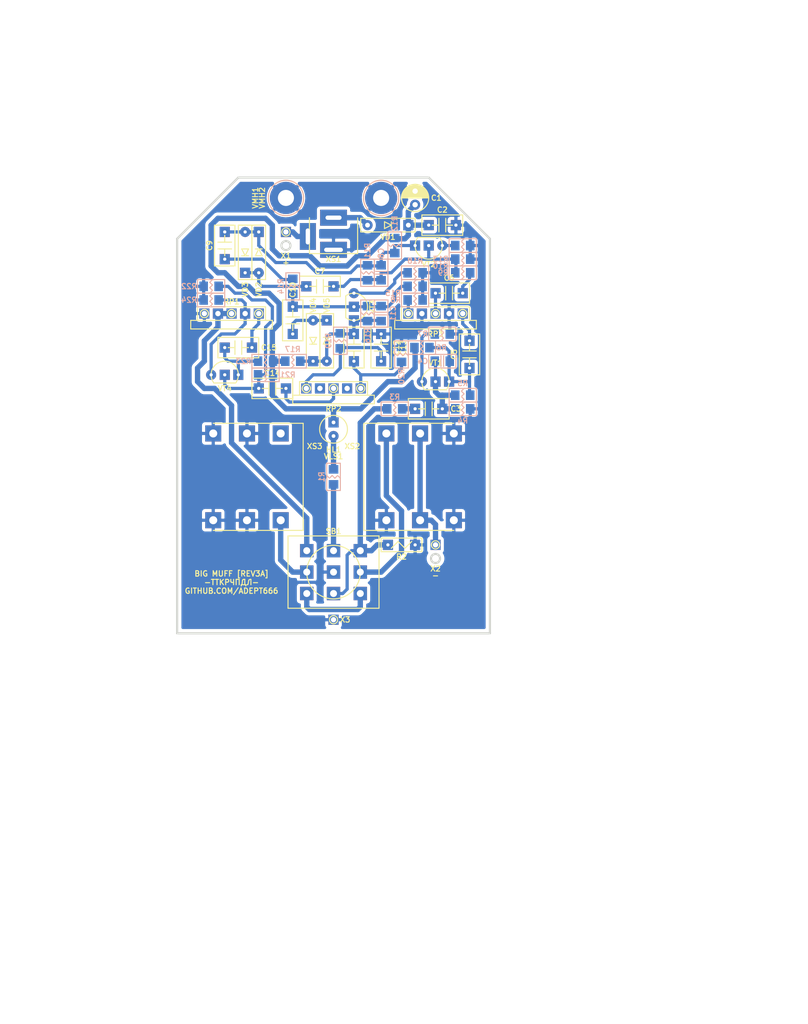
<source format=kicad_pcb>
(kicad_pcb (version 20171130) (host pcbnew 5.1.12-84ad8e8a86~92~ubuntu20.04.1)
  (title_block (title ТКП-1.30.A-2) (date 2024-01-21) (rev 3A) (company "Big Muff [REV3A] Bass") (comment 1 http://github.com/Adept666) (comment 2 "Igor Ivanov (Игорь Иванов)") (comment 3 -ТТКРЧПДЛ-) (comment 4 "This project is licensed under GNU General Public License v3.0 or later"))
  (layers (0 F.Cu jumper) (31 B.Cu signal) (36 B.SilkS user) (37 F.SilkS user) (38 B.Mask user) (39 F.Mask user) (44 Edge.Cuts user))
  (net 0 "")
  (net 1 COM)
  (net 2 "Net-(HL1-PadC)")
  (net 3 /LED)
  (net 4 "Net-(SB1-PadNC1)")
  (net 5 /IN-CON)
  (net 6 /OUT-CON)
  (net 7 /PP3-POS)
  (net 8 /PP3-NEG)
  (net 9 "Net-(VD1-PadA)")
  (net 10 "Net-(C3-Pad2)")
  (net 11 "Net-(C4-Pad2)")
  (net 12 "Net-(C5-Pad2)")
  (net 13 "Net-(C6-Pad1)")
  (net 14 "Net-(C6-Pad2)")
  (net 15 "Net-(C7-Pad1)")
  (net 16 "Net-(C7-Pad2)")
  (net 17 "Net-(C8-Pad2)")
  (net 18 "Net-(C9-Pad2)")
  (net 19 "Net-(C10-Pad1)")
  (net 20 "Net-(C10-Pad2)")
  (net 21 "Net-(C11-Pad2)")
  (net 22 "Net-(C12-Pad2)")
  (net 23 "Net-(C13-Pad1)")
  (net 24 "Net-(C14-Pad1)")
  (net 25 "Net-(C14-Pad2)")
  (net 26 "Net-(C15-Pad1)")
  (net 27 "Net-(C15-Pad2)")
  (net 28 "Net-(R8-Pad2)")
  (net 29 "Net-(C3-Pad1)")
  (net 30 V)
  (net 31 /IN-CIR)
  (net 32 /OUT-CIR)
  (net 33 "Net-(XS3-PadTN)")
  (net 34 "Net-(R7-Pad2)")
  (net 35 "Net-(R13-Pad2)")
  (net 36 "Net-(R18-Pad2)")
  (net 37 "Net-(R24-Pad2)")
  (module KCL-TH-SL:CON-PAD-S-1.0-1.9 (layer F.Cu) (at 96.52 104.14)
    (fp_text reference X1 (at 0 4.445) (layer F.SilkS) (effects (font (thickness 0.2))))
    (fp_text value +)
    (pad 1 thru_hole rect (at 0 0) (size 1.9 1.9) (drill 1) (layers B.Cu B.Mask) (net 7 /PP3-POS))
  )
  (module KCL-TH-SL:CON-PAD-S-1.0-1.9 (layer F.Cu) (at 124.46 162.56)
    (fp_text reference X2 (at 0 4.445) (layer F.SilkS) (effects (font (thickness 0.2))))
    (fp_text value -)
    (pad 1 thru_hole rect (at 0 0) (size 1.9 1.9) (drill 1) (layers B.Cu B.Mask) (net 8 /PP3-NEG))
  )
  (module KCL-TH-SL:CON-PAD-S-1.0-1.9 (layer F.Cu) (at 105.41 176.53)
    (fp_text reference X3 (at 1.0795 0) (layer F.SilkS) (effects (font (thickness 0.2)) (justify left)))
    (fp_text value COM)
    (pad 1 thru_hole rect (at 0 0) (size 1.9 1.9) (drill 1) (layers B.Cu B.Mask) (net 1 COM))
  )
  (module SBEL:B013_E1 (layer F.Cu) (at 105.41 148.59)
    (fp_text reference VE1 hide)
    (fp_text value B013 hide)
  )
  (module KCL-VIRTUAL:B-PP3-HV (layer F.Cu) (at 105.41 187.96)
    (fp_text reference GB1 hide)
    (fp_text value PP3 hide)
  )
  (module SBKCL-TH-SL:RPB-18-1x17-1.6-PNL-7.4-2.8 (layer F.Cu) (at 86.36 108.15)
    (fp_text reference RP1 (at 0 9.0075) (layer F.SilkS) (effects (font (thickness 0.2))))
    (fp_text value A100K)
    (pad 3 thru_hole rect (at 5.08 11.23) (size 1.9 1.9) (drill 1) (layers B.Cu B.Mask) (net 27 "Net-(C15-Pad2)"))
    (pad NC2 thru_hole rect (at 2.54 11.23) (size 1.9 1.9) (drill 1) (layers B.Cu B.Mask) (net 37 "Net-(R24-Pad2)"))
    (pad 2 thru_hole rect (at 0 11.23) (size 1.9 1.9) (drill 1) (layers B.Cu B.Mask) (net 32 /OUT-CIR))
    (pad NC1 thru_hole rect (at -2.54 11.23) (size 1.9 1.9) (drill 1) (layers B.Cu B.Mask) (net 32 /OUT-CIR))
    (pad 1 thru_hole rect (at -5.08 11.23) (size 1.9 1.9) (drill 1) (layers B.Cu B.Mask) (net 1 COM))
  )
  (module SBKCL-TH-SL:RPB-18-1x17-1.6-PNL-7.4-2.8 (layer F.Cu) (at 124.46 108.15)
    (fp_text reference RP3 (at 0 15.04) (layer F.SilkS) (effects (font (thickness 0.2))))
    (fp_text value A100K)
    (pad 3 thru_hole rect (at 5.08 11.23) (size 1.9 1.9) (drill 1) (layers B.Cu B.Mask) (net 12 "Net-(C5-Pad2)"))
    (pad NC2 thru_hole rect (at 2.54 11.23) (size 1.9 1.9) (drill 1) (layers B.Cu B.Mask) (net 1 COM))
    (pad 2 thru_hole rect (at 0 11.23) (size 1.9 1.9) (drill 1) (layers B.Cu B.Mask) (net 13 "Net-(C6-Pad1)"))
    (pad NC1 thru_hole rect (at -2.54 11.23) (size 1.9 1.9) (drill 1) (layers B.Cu B.Mask) (net 1 COM))
    (pad 1 thru_hole rect (at -5.08 11.23) (size 1.9 1.9) (drill 1) (layers B.Cu B.Mask) (net 28 "Net-(R8-Pad2)"))
  )
  (module SBKCL-TH-SL:RPB-18-1x17-1.6-PNL-7.4-2.8 (layer F.Cu) (at 105.41 122.12)
    (fp_text reference RP2 (at 0 15.04) (layer F.SilkS) (effects (font (thickness 0.2))))
    (fp_text value B100K)
    (pad 3 thru_hole rect (at 5.08 11.23) (size 1.9 1.9) (drill 1) (layers B.Cu B.Mask) (net 22 "Net-(C12-Pad2)"))
    (pad NC2 thru_hole rect (at 2.54 11.23) (size 1.9 1.9) (drill 1) (layers B.Cu B.Mask))
    (pad 2 thru_hole rect (at 0 11.23) (size 1.9 1.9) (drill 1) (layers B.Cu B.Mask) (net 24 "Net-(C14-Pad1)"))
    (pad NC1 thru_hole rect (at -2.54 11.23) (size 1.9 1.9) (drill 1) (layers B.Cu B.Mask))
    (pad 1 thru_hole rect (at -5.08 11.23) (size 1.9 1.9) (drill 1) (layers B.Cu B.Mask) (net 23 "Net-(C13-Pad1)"))
  )
  (module KCL-TH-SL:P-TO-92-E-B-C (layer F.Cu) (at 123.19 106.68 180)
    (fp_text reference VT2 (at 0 -3.4925) (layer F.SilkS) (effects (font (thickness 0.2))))
    (fp_text value 547)
    (pad C thru_hole rect (at 2.54 0 180) (size 1.9 1.9) (drill 0.6) (layers B.Cu B.Mask) (net 17 "Net-(C8-Pad2)"))
    (pad B thru_hole rect (at 0 0 180) (size 1.9 1.9) (drill 0.6) (layers B.Cu B.Mask) (net 15 "Net-(C7-Pad1)"))
    (pad E thru_hole circle (at -2.54 0 180) (size 1.9 1.9) (drill 0.6) (layers B.Cu B.Mask) (net 35 "Net-(R13-Pad2)"))
  )
  (module KCL-TH-SL:P-TO-92-E-B-C (layer F.Cu) (at 109.22 118.11 270)
    (fp_text reference VT3 (at 0 -3.4925 90) (layer F.SilkS) (effects (font (thickness 0.2))))
    (fp_text value 547)
    (pad C thru_hole rect (at 2.54 0 270) (size 1.9 1.9) (drill 0.6) (layers B.Cu B.Mask) (net 21 "Net-(C11-Pad2)"))
    (pad B thru_hole rect (at 0 0 270) (size 1.9 1.9) (drill 0.6) (layers B.Cu B.Mask) (net 19 "Net-(C10-Pad1)"))
    (pad E thru_hole circle (at -2.54 0 270) (size 1.9 1.9) (drill 0.6) (layers B.Cu B.Mask) (net 36 "Net-(R18-Pad2)"))
  )
  (module KCL-TH-SL:P-TO-92-E-B-C (layer F.Cu) (at 124.46 132.08)
    (fp_text reference VT1 (at 0 -3.4925) (layer F.SilkS) (effects (font (thickness 0.2))))
    (fp_text value 547)
    (pad E thru_hole circle (at -2.54 0) (size 1.9 1.9) (drill 0.6) (layers B.Cu B.Mask) (net 34 "Net-(R7-Pad2)"))
    (pad B thru_hole rect (at 0 0) (size 1.9 1.9) (drill 0.6) (layers B.Cu B.Mask) (net 10 "Net-(C3-Pad2)"))
    (pad C thru_hole rect (at 2.54 0) (size 1.9 1.9) (drill 0.6) (layers B.Cu B.Mask) (net 11 "Net-(C4-Pad2)"))
  )
  (module KCL-TH-SL:P-TO-92-E-B-C (layer F.Cu) (at 85.09 130.81)
    (fp_text reference VT4 (at 0 2.54) (layer F.SilkS) (effects (font (thickness 0.2))))
    (fp_text value 547)
    (pad C thru_hole rect (at 2.54 0) (size 1.9 1.9) (drill 0.6) (layers B.Cu B.Mask) (net 26 "Net-(C15-Pad1)"))
    (pad B thru_hole rect (at 0 0) (size 1.9 1.9) (drill 0.6) (layers B.Cu B.Mask) (net 25 "Net-(C14-Pad2)"))
    (pad E thru_hole circle (at -2.54 0) (size 1.9 1.9) (drill 0.6) (layers B.Cu B.Mask) (net 37 "Net-(R24-Pad2)"))
  )
  (module KCL-TH-SL:P-DO-35 (layer F.Cu) (at 88.9 107.95 270)
    (fp_text reference VD3 (at 5.3975 0 90) (layer F.SilkS) (effects (font (thickness 0.2)) (justify right)))
    (fp_text value 4148)
    (pad C thru_hole rect (at 3.81 0 270) (size 1.9 1.9) (drill 0.6) (layers B.Cu B.Mask) (net 16 "Net-(C7-Pad2)"))
    (pad A thru_hole circle (at -3.81 0 270) (size 1.9 1.9) (drill 0.6) (layers B.Cu B.Mask) (net 17 "Net-(C8-Pad2)"))
  )
  (module KCL-TH-SL:P-DO-35 (layer F.Cu) (at 91.44 107.95 90)
    (fp_text reference VD2 (at -5.3975 0 90) (layer F.SilkS) (effects (font (thickness 0.2)) (justify right)))
    (fp_text value 4148)
    (pad C thru_hole rect (at 3.81 0 90) (size 1.9 1.9) (drill 0.6) (layers B.Cu B.Mask) (net 17 "Net-(C8-Pad2)"))
    (pad A thru_hole circle (at -3.81 0 90) (size 1.9 1.9) (drill 0.6) (layers B.Cu B.Mask) (net 16 "Net-(C7-Pad2)"))
  )
  (module KCL-TH-SL:P-DO-35 (layer F.Cu) (at 101.6 124.46 270)
    (fp_text reference VD4 (at -5.08 0 90) (layer F.SilkS) (effects (font (thickness 0.2)) (justify left)))
    (fp_text value 4148)
    (pad C thru_hole rect (at 3.81 0 270) (size 1.9 1.9) (drill 0.6) (layers B.Cu B.Mask) (net 21 "Net-(C11-Pad2)"))
    (pad A thru_hole circle (at -3.81 0 270) (size 1.9 1.9) (drill 0.6) (layers B.Cu B.Mask) (net 20 "Net-(C10-Pad2)"))
  )
  (module KCL-TH-SL:P-DO-35 (layer F.Cu) (at 104.14 124.46 90)
    (fp_text reference VD5 (at 5.08 0 90) (layer F.SilkS) (effects (font (thickness 0.2)) (justify left)))
    (fp_text value 4148)
    (pad C thru_hole rect (at 3.81 0 90) (size 1.9 1.9) (drill 0.6) (layers B.Cu B.Mask) (net 20 "Net-(C10-Pad2)"))
    (pad A thru_hole circle (at -3.81 0 90) (size 1.9 1.9) (drill 0.6) (layers B.Cu B.Mask) (net 21 "Net-(C11-Pad2)"))
  )
  (module KCL-TH-SL:C-DISK-D04.2-T03.0-P05.08-d0.5 (layer F.Cu) (at 125.73 102.87)
    (fp_text reference C2 (at 0 -2.8575) (layer F.SilkS) (effects (font (thickness 0.2))))
    (fp_text value 104)
    (pad 1 thru_hole rect (at -2.54 0) (size 1.9 1.9) (drill 0.6) (layers B.Cu B.Mask) (net 30 V))
    (pad 2 thru_hole rect (at 2.54 0) (size 1.9 1.9) (drill 0.6) (layers B.Cu B.Mask) (net 1 COM))
  )
  (module KCL-TH-SL:C-DISK-D04.2-T03.0-P05.08-d0.5 (layer F.Cu) (at 109.22 125.73 270)
    (fp_text reference C12 (at 0 -7.9375 90) (layer F.SilkS) (effects (font (thickness 0.2))))
    (fp_text value 332)
    (pad 2 thru_hole rect (at 2.54 0 270) (size 1.9 1.9) (drill 0.6) (layers B.Cu B.Mask) (net 22 "Net-(C12-Pad2)"))
    (pad 1 thru_hole rect (at -2.54 0 270) (size 1.9 1.9) (drill 0.6) (layers B.Cu B.Mask) (net 21 "Net-(C11-Pad2)"))
  )
  (module KCL-TH-SL:C-DISK-D04.2-T03.0-P05.08-d0.5 (layer F.Cu) (at 114.3 125.73 90)
    (fp_text reference C13 (at 0 4.1275 90) (layer F.SilkS) (effects (font (thickness 0.2))))
    (fp_text value 103)
    (pad 1 thru_hole rect (at -2.54 0 90) (size 1.9 1.9) (drill 0.6) (layers B.Cu B.Mask) (net 23 "Net-(C13-Pad1)"))
    (pad 2 thru_hole rect (at 2.54 0 90) (size 1.9 1.9) (drill 0.6) (layers B.Cu B.Mask) (net 1 COM))
  )
  (module KCL-TH-SL:C-DISK-D04.2-T03.0-P05.08-d0.5 (layer F.Cu) (at 127 115.57)
    (fp_text reference C6 (at 0 -2.8575) (layer F.SilkS) (effects (font (thickness 0.2))))
    (fp_text value 104)
    (pad 2 thru_hole rect (at 2.54 0) (size 1.9 1.9) (drill 0.6) (layers B.Cu B.Mask) (net 14 "Net-(C6-Pad2)"))
    (pad 1 thru_hole rect (at -2.54 0) (size 1.9 1.9) (drill 0.6) (layers B.Cu B.Mask) (net 13 "Net-(C6-Pad1)"))
  )
  (module KCL-TH-SL:C-DISK-D04.2-T03.0-P05.08-d0.5 (layer F.Cu) (at 130.81 127 90)
    (fp_text reference C5 (at 0 -2.8575 90) (layer F.SilkS) (effects (font (thickness 0.2))))
    (fp_text value 104)
    (pad 1 thru_hole rect (at -2.54 0 90) (size 1.9 1.9) (drill 0.6) (layers B.Cu B.Mask) (net 11 "Net-(C4-Pad2)"))
    (pad 2 thru_hole rect (at 2.54 0 90) (size 1.9 1.9) (drill 0.6) (layers B.Cu B.Mask) (net 12 "Net-(C5-Pad2)"))
  )
  (module KCL-TH-SL:C-DISK-D04.2-T03.0-P05.08-d0.5 (layer F.Cu) (at 123.19 137.16)
    (fp_text reference C3 (at 5.08 0) (layer F.SilkS) (effects (font (thickness 0.2))))
    (fp_text value 105)
    (pad 1 thru_hole rect (at -2.54 0) (size 1.9 1.9) (drill 0.6) (layers B.Cu B.Mask) (net 29 "Net-(C3-Pad1)"))
    (pad 2 thru_hole rect (at 2.54 0) (size 1.9 1.9) (drill 0.6) (layers B.Cu B.Mask) (net 10 "Net-(C3-Pad2)"))
  )
  (module KCL-TH-SL:C-DISK-D04.2-T03.0-P05.08-d0.5 (layer F.Cu) (at 93.98 133.35 180)
    (fp_text reference C14 (at 0 2.8575) (layer F.SilkS) (effects (font (thickness 0.2))))
    (fp_text value 105)
    (pad 2 thru_hole rect (at 2.54 0 180) (size 1.9 1.9) (drill 0.6) (layers B.Cu B.Mask) (net 25 "Net-(C14-Pad2)"))
    (pad 1 thru_hole rect (at -2.54 0 180) (size 1.9 1.9) (drill 0.6) (layers B.Cu B.Mask) (net 24 "Net-(C14-Pad1)"))
  )
  (module KCL-TH-SL:C-DISK-D04.2-T03.0-P05.08-d0.5 (layer F.Cu) (at 87.63 125.73)
    (fp_text reference C15 (at 4.1275 0) (layer F.SilkS) (effects (font (thickness 0.2)) (justify left)))
    (fp_text value 104)
    (pad 2 thru_hole rect (at 2.54 0) (size 1.9 1.9) (drill 0.6) (layers B.Cu B.Mask) (net 27 "Net-(C15-Pad2)"))
    (pad 1 thru_hole rect (at -2.54 0) (size 1.9 1.9) (drill 0.6) (layers B.Cu B.Mask) (net 26 "Net-(C15-Pad1)"))
  )
  (module KCL-TH-SL:C-DISK-D04.2-T03.0-P05.08-d0.5 (layer F.Cu) (at 97.79 120.65 270)
    (fp_text reference C10 (at -4.1275 0 90) (layer F.SilkS) (effects (font (thickness 0.2)) (justify left)))
    (fp_text value 683)
    (pad 2 thru_hole rect (at 2.54 0 270) (size 1.9 1.9) (drill 0.6) (layers B.Cu B.Mask) (net 20 "Net-(C10-Pad2)"))
    (pad 1 thru_hole rect (at -2.54 0 270) (size 1.9 1.9) (drill 0.6) (layers B.Cu B.Mask) (net 19 "Net-(C10-Pad1)"))
  )
  (module KCL-TH-SL:C-DISK-D04.2-T03.0-P05.08-d0.5 (layer F.Cu) (at 102.87 114.3 180)
    (fp_text reference C7 (at 0 2.8575) (layer F.SilkS) (effects (font (thickness 0.2))))
    (fp_text value 683)
    (pad 1 thru_hole rect (at -2.54 0 180) (size 1.9 1.9) (drill 0.6) (layers B.Cu B.Mask) (net 15 "Net-(C7-Pad1)"))
    (pad 2 thru_hole rect (at 2.54 0 180) (size 1.9 1.9) (drill 0.6) (layers B.Cu B.Mask) (net 16 "Net-(C7-Pad2)"))
  )
  (module KCL-TH-SL:C-DISK-D04.2-T03.0-P05.08-d0.5 (layer F.Cu) (at 85.09 106.68 270)
    (fp_text reference C9 (at 0 2.8575 90) (layer F.SilkS) (effects (font (thickness 0.2))))
    (fp_text value 104)
    (pad 2 thru_hole rect (at 2.54 0 270) (size 1.9 1.9) (drill 0.6) (layers B.Cu B.Mask) (net 18 "Net-(C9-Pad2)"))
    (pad 1 thru_hole rect (at -2.54 0 270) (size 1.9 1.9) (drill 0.6) (layers B.Cu B.Mask) (net 17 "Net-(C8-Pad2)"))
  )
  (module KCL-TH-SL:P-DO-41 (layer F.Cu) (at 115.57 102.87)
    (fp_text reference VD1 (at 0 2.2225) (layer F.SilkS) (effects (font (thickness 0.2))))
    (fp_text value 5817)
    (pad A thru_hole circle (at -3.81 0) (size 1.9 1.9) (drill 0.9) (layers B.Cu B.Mask) (net 9 "Net-(VD1-PadA)"))
    (pad C thru_hole rect (at 3.81 0) (size 1.9 1.9) (drill 0.9) (layers B.Cu B.Mask) (net 30 V))
  )
  (module KCL-SM:C-SM-1206 (layer B.Cu) (at 114.3 111.76 90)
    (fp_text reference C8 (at 2.54 0 90) (layer B.SilkS) (effects (font (thickness 0.2)) (justify right mirror)))
    (fp_text value 471)
    (pad 2 smd rect (at 1.4 0 90) (size 1.6 1.8) (layers B.Cu B.Mask) (net 17 "Net-(C8-Pad2)"))
    (pad 1 smd rect (at -1.4 0 90) (size 1.6 1.8) (layers B.Cu B.Mask) (net 15 "Net-(C7-Pad1)"))
  )
  (module KCL-SM:C-SM-1206 (layer B.Cu) (at 114.3 119.38 270)
    (fp_text reference C11 (at 0 -2.2225 270) (layer B.SilkS) (effects (font (thickness 0.2)) (justify mirror)))
    (fp_text value 471)
    (pad 2 smd rect (at 1.4 0 270) (size 1.6 1.8) (layers B.Cu B.Mask) (net 21 "Net-(C11-Pad2)"))
    (pad 1 smd rect (at -1.4 0 270) (size 1.6 1.8) (layers B.Cu B.Mask) (net 19 "Net-(C10-Pad1)"))
  )
  (module KCL-SM:C-SM-1206 (layer B.Cu) (at 125.73 128.27)
    (fp_text reference C4 (at -2.54 0) (layer B.SilkS) (effects (font (thickness 0.2)) (justify left mirror)))
    (fp_text value 471)
    (pad 2 smd rect (at 1.4 0) (size 1.6 1.8) (layers B.Cu B.Mask) (net 11 "Net-(C4-Pad2)"))
    (pad 1 smd rect (at -1.4 0) (size 1.6 1.8) (layers B.Cu B.Mask) (net 10 "Net-(C3-Pad2)"))
  )
  (module KCL-SM:R-SM-1206 (layer B.Cu) (at 129.54 134.62)
    (fp_text reference R5 (at 0 -2.2225) (layer B.SilkS) (effects (font (thickness 0.2)) (justify mirror)))
    (fp_text value 474)
    (pad 1 smd rect (at -1.4 0) (size 1.6 1.8) (layers B.Cu B.Mask) (net 10 "Net-(C3-Pad2)"))
    (pad 2 smd rect (at 1.4 0) (size 1.6 1.8) (layers B.Cu B.Mask) (net 11 "Net-(C4-Pad2)"))
  )
  (module KCL-SM:R-SM-1206 (layer B.Cu) (at 129.54 137.16 180)
    (fp_text reference R4 (at 0 -2.2225) (layer B.SilkS) (effects (font (thickness 0.2)) (justify mirror)))
    (fp_text value 104)
    (pad 2 smd rect (at 1.4 0 180) (size 1.6 1.8) (layers B.Cu B.Mask) (net 10 "Net-(C3-Pad2)"))
    (pad 1 smd rect (at -1.4 0 180) (size 1.6 1.8) (layers B.Cu B.Mask) (net 1 COM))
  )
  (module KCL-SM:R-SM-1206 (layer B.Cu) (at 116.84 137.16)
    (fp_text reference R3 (at 0 -2.2225) (layer B.SilkS) (effects (font (thickness 0.2)) (justify mirror)))
    (fp_text value 393)
    (pad 2 smd rect (at 1.4 0) (size 1.6 1.8) (layers B.Cu B.Mask) (net 29 "Net-(C3-Pad1)"))
    (pad 1 smd rect (at -1.4 0) (size 1.6 1.8) (layers B.Cu B.Mask) (net 31 /IN-CIR))
  )
  (module KCL-SM:R-SM-1206 (layer B.Cu) (at 121.92 125.73 180)
    (fp_text reference R6 (at -2.54 0 180) (layer B.SilkS) (effects (font (thickness 0.2)) (justify right mirror)))
    (fp_text value 123)
    (pad 1 smd rect (at -1.4 0 180) (size 1.6 1.8) (layers B.Cu B.Mask) (net 11 "Net-(C4-Pad2)"))
    (pad 2 smd rect (at 1.4 0 180) (size 1.6 1.8) (layers B.Cu B.Mask) (net 30 V))
  )
  (module KCL-SM:R-SM-1206 (layer B.Cu) (at 118.11 127 90)
    (fp_text reference R20 (at -2.54 0 90) (layer B.SilkS) (effects (font (thickness 0.2)) (justify left mirror)))
    (fp_text value 223)
    (pad 2 smd rect (at 1.4 0 90) (size 1.6 1.8) (layers B.Cu B.Mask) (net 1 COM))
    (pad 1 smd rect (at -1.4 0 90) (size 1.6 1.8) (layers B.Cu B.Mask) (net 22 "Net-(C12-Pad2)"))
  )
  (module KCL-SM:R-SM-1206 (layer B.Cu) (at 125.73 123.19 180)
    (fp_text reference R7 (at 2.54 0 180) (layer B.SilkS) (effects (font (thickness 0.2)) (justify left mirror)))
    (fp_text value 391)
    (pad 1 smd rect (at -1.4 0 180) (size 1.6 1.8) (layers B.Cu B.Mask) (net 1 COM))
    (pad 2 smd rect (at 1.4 0 180) (size 1.6 1.8) (layers B.Cu B.Mask) (net 34 "Net-(R7-Pad2)"))
  )
  (module KCL-SM:R-SM-1206 (layer B.Cu) (at 129.54 106.68 180)
    (fp_text reference R13 (at 2.54 -2.54 180) (layer B.SilkS) (effects (font (thickness 0.2)) (justify left mirror)))
    (fp_text value 391)
    (pad 2 smd rect (at 1.4 0 180) (size 1.6 1.8) (layers B.Cu B.Mask) (net 35 "Net-(R13-Pad2)"))
    (pad 1 smd rect (at -1.4 0 180) (size 1.6 1.8) (layers B.Cu B.Mask) (net 1 COM))
  )
  (module KCL-SM:R-SM-1206 (layer B.Cu) (at 129.54 109.22 180)
    (fp_text reference R10 (at 2.54 -1.27) (layer B.SilkS) (effects (font (thickness 0.2)) (justify left mirror)))
    (fp_text value 104)
    (pad 2 smd rect (at 1.4 0 180) (size 1.6 1.8) (layers B.Cu B.Mask) (net 15 "Net-(C7-Pad1)"))
    (pad 1 smd rect (at -1.4 0 180) (size 1.6 1.8) (layers B.Cu B.Mask) (net 1 COM))
  )
  (module KCL-SM:R-SM-1206 (layer B.Cu) (at 129.54 111.76 180)
    (fp_text reference R9 (at 2.54 0) (layer B.SilkS) (effects (font (thickness 0.2)) (justify left mirror)))
    (fp_text value 103)
    (pad 2 smd rect (at 1.4 0 180) (size 1.6 1.8) (layers B.Cu B.Mask) (net 15 "Net-(C7-Pad1)"))
    (pad 1 smd rect (at -1.4 0 180) (size 1.6 1.8) (layers B.Cu B.Mask) (net 14 "Net-(C6-Pad2)"))
  )
  (module KCL-SM:R-SM-1206 (layer B.Cu) (at 120.65 116.84 180)
    (fp_text reference R8 (at 2.54 0) (layer B.SilkS) (effects (font (thickness 0.2)) (justify left mirror)))
    (fp_text value 102)
    (pad 1 smd rect (at -1.4 0 180) (size 1.6 1.8) (layers B.Cu B.Mask) (net 1 COM))
    (pad 2 smd rect (at 1.4 0 180) (size 1.6 1.8) (layers B.Cu B.Mask) (net 28 "Net-(R8-Pad2)"))
  )
  (module KCL-SM:R-SM-1206 (layer B.Cu) (at 120.65 114.3 180)
    (fp_text reference R15 (at 2.54 -1.27) (layer B.SilkS) (effects (font (thickness 0.2)) (justify left mirror)))
    (fp_text value 104)
    (pad 2 smd rect (at 1.4 0 180) (size 1.6 1.8) (layers B.Cu B.Mask) (net 19 "Net-(C10-Pad1)"))
    (pad 1 smd rect (at -1.4 0 180) (size 1.6 1.8) (layers B.Cu B.Mask) (net 1 COM))
  )
  (module KCL-SM:R-SM-1206 (layer B.Cu) (at 120.65 111.76 180)
    (fp_text reference R18 (at 0 2.2225 180) (layer B.SilkS) (effects (font (thickness 0.2)) (justify mirror)))
    (fp_text value 391)
    (pad 2 smd rect (at 1.4 0 180) (size 1.6 1.8) (layers B.Cu B.Mask) (net 36 "Net-(R18-Pad2)"))
    (pad 1 smd rect (at -1.4 0 180) (size 1.6 1.8) (layers B.Cu B.Mask) (net 1 COM))
  )
  (module KCL-SM:R-SM-1206 (layer B.Cu) (at 116.84 106.68 90)
    (fp_text reference R12 (at 2.54 0 90) (layer B.SilkS) (effects (font (thickness 0.2)) (justify right mirror)))
    (fp_text value 123)
    (pad 1 smd rect (at -1.4 0 90) (size 1.6 1.8) (layers B.Cu B.Mask) (net 17 "Net-(C8-Pad2)"))
    (pad 2 smd rect (at 1.4 0 90) (size 1.6 1.8) (layers B.Cu B.Mask) (net 30 V))
  )
  (module KCL-SM:R-SM-1206 (layer B.Cu) (at 111.76 111.76 90)
    (fp_text reference R11 (at 2.54 0 90) (layer B.SilkS) (effects (font (thickness 0.2)) (justify right mirror)))
    (fp_text value 474)
    (pad 2 smd rect (at 1.4 0 90) (size 1.6 1.8) (layers B.Cu B.Mask) (net 17 "Net-(C8-Pad2)"))
    (pad 1 smd rect (at -1.4 0 90) (size 1.6 1.8) (layers B.Cu B.Mask) (net 15 "Net-(C7-Pad1)"))
  )
  (module KCL-SM:R-SM-1206 (layer B.Cu) (at 111.76 119.38 270)
    (fp_text reference R16 (at 2.54 0 90) (layer B.SilkS) (effects (font (thickness 0.2)) (justify left mirror)))
    (fp_text value 474)
    (pad 2 smd rect (at 1.4 0 270) (size 1.6 1.8) (layers B.Cu B.Mask) (net 21 "Net-(C11-Pad2)"))
    (pad 1 smd rect (at -1.4 0 270) (size 1.6 1.8) (layers B.Cu B.Mask) (net 19 "Net-(C10-Pad1)"))
  )
  (module KCL-SM:R-SM-1206 (layer B.Cu) (at 97.79 114.3 270)
    (fp_text reference R14 (at 0 2.2225 90) (layer B.SilkS) (effects (font (thickness 0.2)) (justify mirror)))
    (fp_text value 103)
    (pad 2 smd rect (at 1.4 0 270) (size 1.6 1.8) (layers B.Cu B.Mask) (net 19 "Net-(C10-Pad1)"))
    (pad 1 smd rect (at -1.4 0 270) (size 1.6 1.8) (layers B.Cu B.Mask) (net 18 "Net-(C9-Pad2)"))
  )
  (module KCL-SM:R-SM-1206 (layer B.Cu) (at 106.68 124.46 270)
    (fp_text reference R19 (at 0 2.2225 270) (layer B.SilkS) (effects (font (thickness 0.2)) (justify mirror)))
    (fp_text value 223)
    (pad 2 smd rect (at 1.4 0 270) (size 1.6 1.8) (layers B.Cu B.Mask) (net 23 "Net-(C13-Pad1)"))
    (pad 1 smd rect (at -1.4 0 270) (size 1.6 1.8) (layers B.Cu B.Mask) (net 21 "Net-(C11-Pad2)"))
  )
  (module KCL-SM:R-SM-1206 (layer B.Cu) (at 97.79 128.27 180)
    (fp_text reference R17 (at 0 2.2225) (layer B.SilkS) (effects (font (thickness 0.2)) (justify mirror)))
    (fp_text value 123)
    (pad 2 smd rect (at 1.4 0 180) (size 1.6 1.8) (layers B.Cu B.Mask) (net 30 V))
    (pad 1 smd rect (at -1.4 0 180) (size 1.6 1.8) (layers B.Cu B.Mask) (net 21 "Net-(C11-Pad2)"))
  )
  (module KCL-SM:R-SM-1206 (layer B.Cu) (at 92.71 128.27)
    (fp_text reference R23 (at -2.54 0) (layer B.SilkS) (effects (font (thickness 0.2)) (justify left mirror)))
    (fp_text value 103)
    (pad 2 smd rect (at 1.4 0) (size 1.6 1.8) (layers B.Cu B.Mask) (net 30 V))
    (pad 1 smd rect (at -1.4 0) (size 1.6 1.8) (layers B.Cu B.Mask) (net 26 "Net-(C15-Pad1)"))
  )
  (module KCL-SM:R-SM-1206 (layer B.Cu) (at 92.71 130.81)
    (fp_text reference R21 (at 2.54 0) (layer B.SilkS) (effects (font (thickness 0.2)) (justify right mirror)))
    (fp_text value 474)
    (pad 2 smd rect (at 1.4 0) (size 1.6 1.8) (layers B.Cu B.Mask) (net 30 V))
    (pad 1 smd rect (at -1.4 0) (size 1.6 1.8) (layers B.Cu B.Mask) (net 25 "Net-(C14-Pad2)"))
  )
  (module KCL-SM:R-SM-1206 (layer B.Cu) (at 82.55 114.3)
    (fp_text reference R22 (at -2.54 0) (layer B.SilkS) (effects (font (thickness 0.2)) (justify left mirror)))
    (fp_text value 104)
    (pad 2 smd rect (at 1.4 0) (size 1.6 1.8) (layers B.Cu B.Mask) (net 25 "Net-(C14-Pad2)"))
    (pad 1 smd rect (at -1.4 0) (size 1.6 1.8) (layers B.Cu B.Mask) (net 1 COM))
  )
  (module KCL-SM:R-SM-1206 (layer B.Cu) (at 82.55 116.84)
    (fp_text reference R24 (at -2.54 0) (layer B.SilkS) (effects (font (thickness 0.2)) (justify left mirror)))
    (fp_text value 272)
    (pad 1 smd rect (at -1.4 0) (size 1.6 1.8) (layers B.Cu B.Mask) (net 1 COM))
    (pad 2 smd rect (at 1.4 0) (size 1.6 1.8) (layers B.Cu B.Mask) (net 37 "Net-(R24-Pad2)"))
  )
  (module KCL-TH-SL:R-MFR-12 (layer F.Cu) (at 118.11 162.56 180)
    (fp_text reference R2 (at 0 -2.2225) (layer F.SilkS) (effects (font (thickness 0.2))))
    (fp_text value 105)
    (pad 2 thru_hole rect (at 2.54 0 180) (size 1.9 1.9) (drill 0.6) (layers B.Cu B.Mask) (net 31 /IN-CIR))
    (pad 1 thru_hole rect (at -2.54 0 180) (size 1.9 1.9) (drill 0.6) (layers B.Cu B.Mask) (net 1 COM))
  )
  (module KCL-SM:R-SM-1206 (layer B.Cu) (at 105.41 149.86 90)
    (fp_text reference R1 (at 0 -2.2225 90) (layer B.SilkS) (effects (font (thickness 0.2)) (justify mirror)))
    (fp_text value 103)
    (pad 2 smd rect (at 1.4 0 90) (size 1.6 1.8) (layers B.Cu B.Mask) (net 2 "Net-(HL1-PadC)"))
    (pad 1 smd rect (at -1.4 0 90) (size 1.6 1.8) (layers B.Cu B.Mask) (net 3 /LED))
  )
  (module KCL-TH-SL:CP-RADIAL-D05.0-P02.0-CLS (layer F.Cu) (at 120.65 97.79 90)
    (fp_text reference C1 (at 0 2.8575 180) (layer F.SilkS) (effects (font (thickness 0.2)) (justify left)))
    (fp_text value 106)
    (pad + thru_hole circle (at -1.27 0 90) (size 1.9 1.9) (drill 1) (layers B.Cu B.Mask) (net 30 V))
    (pad - thru_hole rect (at 1.27 0 90) (size 1.9 1.9) (drill 1) (layers B.Cu B.Mask) (net 1 COM))
  )
  (module KCL-VIRTUAL:VLS-BR (layer F.Cu) (at 105.41 140.97)
    (fp_text reference VLS1 (at 0 5.08) (layer F.SilkS) (effects (font (thickness 0.2))))
    (fp_text value BR-12.7)
  )
  (module KCL-TH-SL:LED-ROUND-05.0-UNI-SH-SPACER-PNL-5.3 (layer F.Cu) (at 105.41 140.97 90)
    (fp_text reference HL1 (at -3.81 0 180) (layer F.SilkS) (effects (font (thickness 0.2))))
    (fp_text value FYL-5013UWC)
    (pad C thru_hole circle (at -1.27 0 90) (size 1.9 1.9) (drill 0.7) (layers B.Cu B.Mask) (net 2 "Net-(HL1-PadC)"))
    (pad A thru_hole rect (at 1.27 0 90) (size 1.9 1.9) (drill 0.7) (layers B.Cu B.Mask) (net 30 V))
  )
  (module KCL-TH-SL:SW-PBS-24-302SP-2.5-PNL-13.0 (layer F.Cu) (at 105.41 167.64)
    (fp_text reference SB1 (at 0 -7.62) (layer F.SilkS) (effects (font (thickness 0.2))))
    (fp_text value PBS-24-302SP)
    (pad COM3 thru_hole rect (at 5 0) (size 2.5 2.5) (drill 1.3) (layers B.Cu B.Mask) (net 5 /IN-CON))
    (pad NC3 thru_hole rect (at 5 4) (size 2.5 2.5) (drill 1.3) (layers B.Cu B.Mask) (net 4 "Net-(SB1-PadNC1)"))
    (pad NO3 thru_hole rect (at 5 -4) (size 2.5 2.5) (drill 1.3) (layers B.Cu B.Mask) (net 31 /IN-CIR))
    (pad COM2 thru_hole rect (at 0 0) (size 2.5 2.5) (drill 1.3) (layers B.Cu B.Mask) (net 1 COM))
    (pad NC2 thru_hole rect (at 0 4) (size 2.5 2.5) (drill 1.3) (layers B.Cu B.Mask) (net 31 /IN-CIR))
    (pad NO2 thru_hole rect (at 0 -4) (size 2.5 2.5) (drill 1.3) (layers B.Cu B.Mask) (net 3 /LED))
    (pad NO1 thru_hole rect (at -5 -4) (size 2.5 2.5) (drill 1.3) (layers B.Cu B.Mask) (net 32 /OUT-CIR))
    (pad COM1 thru_hole rect (at -5 0) (size 2.5 2.5) (drill 1.3) (layers B.Cu B.Mask) (net 6 /OUT-CON))
    (pad NC1 thru_hole rect (at -5 4) (size 2.5 2.5) (drill 1.3) (layers B.Cu B.Mask) (net 4 "Net-(SB1-PadNC1)"))
  )
  (module KCL-TH-SL:CON-PJ-644C (layer F.Cu) (at 78.74 149.86 270)
    (fp_text reference XS3 (at -5.715 -21.59) (layer F.SilkS) (effects (font (thickness 0.2)) (justify left)))
    (fp_text value PJ-644C)
    (pad TN thru_hole rect (at -8.1 -16.8 270) (size 3 3) (drill 1.5) (layers B.Cu B.Mask) (net 33 "Net-(XS3-PadTN)"))
    (pad RN thru_hole rect (at -8.1 -10.5 270) (size 3 3) (drill 1.5) (layers B.Cu B.Mask) (net 1 COM))
    (pad SN thru_hole rect (at -8.1 -4.2 270) (size 3 3) (drill 1.5) (layers B.Cu B.Mask) (net 1 COM))
    (pad T thru_hole rect (at 8.1 -16.8 270) (size 3 3) (drill 1.5) (layers B.Cu B.Mask) (net 6 /OUT-CON))
    (pad R thru_hole rect (at 8.1 -10.5 270) (size 3 3) (drill 1.5) (layers B.Cu B.Mask) (net 1 COM))
    (pad S thru_hole rect (at 8.1 -4.2 270) (size 3 3) (drill 1.5) (layers B.Cu B.Mask) (net 1 COM))
  )
  (module KCL-TH-SL:CON-PJ-644C (layer F.Cu) (at 132.08 149.86 90)
    (fp_text reference XS2 (at 5.715 -21.59 180) (layer F.SilkS) (effects (font (thickness 0.2)) (justify right)))
    (fp_text value PJ-644C)
    (pad TN thru_hole rect (at -8.1 -16.8 90) (size 3 3) (drill 1.5) (layers B.Cu B.Mask) (net 1 COM))
    (pad RN thru_hole rect (at -8.1 -10.5 90) (size 3 3) (drill 1.5) (layers B.Cu B.Mask) (net 8 /PP3-NEG))
    (pad SN thru_hole rect (at -8.1 -4.2 90) (size 3 3) (drill 1.5) (layers B.Cu B.Mask) (net 1 COM))
    (pad T thru_hole rect (at 8.1 -16.8 90) (size 3 3) (drill 1.5) (layers B.Cu B.Mask) (net 5 /IN-CON))
    (pad R thru_hole rect (at 8.1 -10.5 90) (size 3 3) (drill 1.5) (layers B.Cu B.Mask) (net 8 /PP3-NEG))
    (pad S thru_hole rect (at 8.1 -4.2 90) (size 3 3) (drill 1.5) (layers B.Cu B.Mask) (net 1 COM))
  )
  (module KCL-TH-SL:CON-DC-005 (layer F.Cu) (at 105.41 93.98 180)
    (fp_text reference XS1 (at 0 -15.24) (layer F.SilkS) (effects (font (thickness 0.2))))
    (fp_text value DC-005)
    (pad C thru_hole rect (at 0 -13.5 180) (size 5 3) (drill oval 3.5 0.8) (layers B.Cu B.Mask) (net 1 COM))
    (pad SN thru_hole rect (at 4.8 -11 180) (size 3 5) (drill oval 0.8 3) (layers B.Cu B.Mask) (net 7 /PP3-POS))
    (pad S thru_hole rect (at 0 -7.5 180) (size 5 3) (drill oval 3 0.8) (layers B.Cu B.Mask) (net 9 "Net-(VD1-PadA)"))
  )
  (module KCL-TH-SL:VMH-STA-DA5-PNL-3.0 (layer F.Cu) (at 114.3 97.79)
    (fp_text reference VMH2 (at -22.225 0 90) (layer F.SilkS) (effects (font (thickness 0.2))))
    (fp_text value DI5M3x18)
    (pad 0 thru_hole circle (at 0 0) (size 6 6) (drill 3) (layers B.Cu B.Mask) (net 1 COM))
  )
  (module KCL-TH-SL:VMH-STA-DA5-PNL-3.0 (layer F.Cu) (at 96.52 97.79)
    (fp_text reference VMH1 (at -5.715 0 90) (layer F.SilkS) (effects (font (thickness 0.2))))
    (fp_text value DI5M3x18)
    (pad 0 thru_hole circle (at 0 0) (size 6 6) (drill 3) (layers B.Cu B.Mask) (net 1 COM))
  )
  (gr_text - (at 124.46 168.275) (layer F.SilkS) (effects (font (size 1 1) (thickness 0.2))))
  (gr_text + (at 96.52 109.855) (layer F.SilkS) (effects (font (size 1 1) (thickness 0.2))))
  (gr_text "BIG MUFF [REV3A]\n-ТТКРЧПДЛ-\nGITHUB.COM/ADEPT666" (at 86.36 169.545) (layer F.SilkS) (effects (font (size 1 1) (thickness 0.2))))
  (gr_circle (center 124.46 165.1) (end 125.31 165.1) (layer Edge.Cuts) (width 0.4))
  (gr_circle (center 96.52 106.68) (end 97.37 106.68) (layer Edge.Cuts) (width 0.4))
  (gr_line (start 123.19 93.98) (end 134.62 105.41) (layer Edge.Cuts) (width 0.4))
  (gr_line (start 76.2 105.41) (end 87.63 93.98) (layer Edge.Cuts) (width 0.4))
  (gr_line (start 134.62 105.41) (end 134.62 179.07) (layer Edge.Cuts) (width 0.4))
  (gr_line (start 76.2 105.41) (end 76.2 179.07) (layer Edge.Cuts) (width 0.4))
  (gr_line (start 76.2 179.07) (end 134.62 179.07) (layer Edge.Cuts) (width 0.4))
  (gr_line (start 87.63 93.98) (end 123.19 93.98) (layer Edge.Cuts) (width 0.4))
  (segment (start 98.425 169.545) (end 102.235 169.545) (width 0.6) (layer B.Cu) (net 1))
  (segment (start 105.41 148.46) (end 105.41 142.24) (width 1) (layer B.Cu) (net 2))
  (segment (start 105.41 163.64) (end 105.41 151.26) (width 1) (layer B.Cu) (net 3))
  (segment (start 110.41 174.14) (end 110.41 171.64) (width 1) (layer B.Cu) (net 4))
  (segment (start 109.925 174.625) (end 110.41 174.14) (width 1) (layer B.Cu) (net 4))
  (segment (start 100.895 174.625) (end 109.925 174.625) (width 1) (layer B.Cu) (net 4))
  (segment (start 100.41 174.14) (end 100.895 174.625) (width 1) (layer B.Cu) (net 4))
  (segment (start 100.41 171.64) (end 100.41 174.14) (width 1) (layer B.Cu) (net 4))
  (segment (start 114.3 167.64) (end 110.41 167.64) (width 1) (layer B.Cu) (net 5))
  (segment (start 118.11 163.83) (end 114.3 167.64) (width 1) (layer B.Cu) (net 5))
  (segment (start 118.11 156.21) (end 118.11 163.83) (width 1) (layer B.Cu) (net 5))
  (segment (start 115.28 153.38) (end 118.11 156.21) (width 1) (layer B.Cu) (net 5))
  (segment (start 115.28 141.76) (end 115.28 153.38) (width 1) (layer B.Cu) (net 5))
  (segment (start 100.41 167.64) (end 97.79 167.64) (width 1) (layer B.Cu) (net 6))
  (segment (start 95.54 165.39) (end 97.79 167.64) (width 1) (layer B.Cu) (net 6))
  (segment (start 95.54 157.96) (end 95.54 165.39) (width 1) (layer B.Cu) (net 6))
  (segment (start 100.61 104.98) (end 98.63 104.98) (width 1) (layer B.Cu) (net 7))
  (segment (start 98.63 104.98) (end 97.79 104.14) (width 1) (layer B.Cu) (net 7))
  (segment (start 97.79 104.14) (end 96.52 104.14) (width 1) (layer B.Cu) (net 7))
  (segment (start 121.58 141.76) (end 121.58 157.96) (width 1) (layer B.Cu) (net 8))
  (segment (start 124.46 158.75) (end 124.46 162.56) (width 1) (layer B.Cu) (net 8))
  (segment (start 123.67 157.96) (end 124.46 158.75) (width 1) (layer B.Cu) (net 8))
  (segment (start 121.58 157.96) (end 123.67 157.96) (width 1) (layer B.Cu) (net 8))
  (segment (start 105.41 101.48) (end 110.37 101.48) (width 1) (layer B.Cu) (net 9))
  (segment (start 110.37 101.48) (end 111.76 102.87) (width 1) (layer B.Cu) (net 9))
  (segment (start 124.46 128.27) (end 124.46 132.08) (width 0.6) (layer B.Cu) (net 10))
  (segment (start 128.14 137.16) (end 125.73 137.16) (width 1) (layer B.Cu) (net 10))
  (segment (start 125.73 134.62) (end 125.73 137.16) (width 1) (layer B.Cu) (net 10))
  (segment (start 128.14 134.62) (end 125.73 134.62) (width 1) (layer B.Cu) (net 10))
  (segment (start 124.46 133.985) (end 125.095 134.62) (width 1) (layer B.Cu) (net 10))
  (segment (start 124.46 132.08) (end 124.46 133.985) (width 1) (layer B.Cu) (net 10))
  (segment (start 125.095 134.62) (end 125.73 134.62) (width 1) (layer B.Cu) (net 10))
  (segment (start 127 132.08) (end 130.81 132.08) (width 0.6) (layer B.Cu) (net 11))
  (segment (start 130.81 132.08) (end 130.81 129.54) (width 0.6) (layer B.Cu) (net 11))
  (segment (start 130.81 132.08) (end 130.81 134.62) (width 0.6) (layer B.Cu) (net 11))
  (segment (start 127 126.365) (end 127 132.08) (width 0.6) (layer B.Cu) (net 11))
  (segment (start 126.365 125.73) (end 127 126.365) (width 0.6) (layer B.Cu) (net 11))
  (segment (start 123.32 125.73) (end 126.365 125.73) (width 0.6) (layer B.Cu) (net 11))
  (segment (start 130.81 122.555) (end 130.81 124.46) (width 0.6) (layer B.Cu) (net 12))
  (segment (start 129.54 121.285) (end 130.81 122.555) (width 0.6) (layer B.Cu) (net 12))
  (segment (start 129.54 119.38) (end 129.54 121.285) (width 0.6) (layer B.Cu) (net 12))
  (segment (start 124.46 115.57) (end 124.46 119.38) (width 0.6) (layer B.Cu) (net 13))
  (segment (start 129.54 115.57) (end 129.54 114.3) (width 0.6) (layer B.Cu) (net 14))
  (segment (start 129.54 114.3) (end 130.81 113.03) (width 0.6) (layer B.Cu) (net 14))
  (segment (start 130.81 113.03) (end 130.81 111.76) (width 0.6) (layer B.Cu) (net 14))
  (segment (start 108.585 113.03) (end 111.76 113.03) (width 0.6) (layer B.Cu) (net 15))
  (segment (start 111.76 113.03) (end 114.3 113.03) (width 0.6) (layer B.Cu) (net 15))
  (segment (start 128.27 109.22) (end 128.27 111.76) (width 0.6) (layer B.Cu) (net 15))
  (segment (start 128.14 109.22) (end 123.19 109.22) (width 0.6) (layer B.Cu) (net 15))
  (segment (start 123.19 106.68) (end 123.19 109.22) (width 0.6) (layer B.Cu) (net 15))
  (segment (start 118.745 109.22) (end 123.19 109.22) (width 0.6) (layer B.Cu) (net 15))
  (segment (start 116.205 111.76) (end 118.745 109.22) (width 0.6) (layer B.Cu) (net 15))
  (segment (start 114.3 111.76) (end 116.205 111.76) (width 0.6) (layer B.Cu) (net 15))
  (segment (start 114.3 113.03) (end 114.3 111.76) (width 0.6) (layer B.Cu) (net 15))
  (segment (start 107.315 114.3) (end 108.585 113.03) (width 0.6) (layer B.Cu) (net 15))
  (segment (start 105.41 114.3) (end 107.315 114.3) (width 0.6) (layer B.Cu) (net 15))
  (segment (start 88.9 111.76) (end 91.44 111.76) (width 0.6) (layer B.Cu) (net 16))
  (segment (start 91.44 111.76) (end 91.44 113.665) (width 0.6) (layer B.Cu) (net 16))
  (segment (start 91.44 113.665) (end 92.075 114.3) (width 0.6) (layer B.Cu) (net 16))
  (segment (start 92.075 114.3) (end 100.33 114.3) (width 0.6) (layer B.Cu) (net 16))
  (segment (start 109.855 110.49) (end 111.76 110.49) (width 0.6) (layer B.Cu) (net 17))
  (segment (start 111.76 110.49) (end 114.3 110.49) (width 0.6) (layer B.Cu) (net 17))
  (segment (start 91.44 104.14) (end 88.9 104.14) (width 0.6) (layer B.Cu) (net 17))
  (segment (start 85.09 104.14) (end 88.9 104.14) (width 0.6) (layer B.Cu) (net 17))
  (segment (start 114.3 110.49) (end 114.3 108.585) (width 0.6) (layer B.Cu) (net 17))
  (segment (start 94.615 109.855) (end 91.44 106.68) (width 0.6) (layer B.Cu) (net 17))
  (segment (start 100.33 109.855) (end 94.615 109.855) (width 0.6) (layer B.Cu) (net 17))
  (segment (start 102.235 111.76) (end 100.33 109.855) (width 0.6) (layer B.Cu) (net 17))
  (segment (start 91.44 106.68) (end 91.44 104.14) (width 0.6) (layer B.Cu) (net 17))
  (segment (start 108.585 111.76) (end 102.235 111.76) (width 0.6) (layer B.Cu) (net 17))
  (segment (start 109.855 110.49) (end 108.585 111.76) (width 0.6) (layer B.Cu) (net 17))
  (segment (start 114.935 107.95) (end 114.3 108.585) (width 0.6) (layer B.Cu) (net 17))
  (segment (start 116.84 107.95) (end 114.935 107.95) (width 0.6) (layer B.Cu) (net 17))
  (segment (start 116.84 106.68) (end 116.84 107.95) (width 0.6) (layer B.Cu) (net 17))
  (segment (start 120.65 106.68) (end 116.84 106.68) (width 0.6) (layer B.Cu) (net 17))
  (segment (start 95.885 113.03) (end 97.79 113.03) (width 0.6) (layer B.Cu) (net 18))
  (segment (start 92.075 109.22) (end 95.885 113.03) (width 0.6) (layer B.Cu) (net 18))
  (segment (start 85.09 109.22) (end 92.075 109.22) (width 0.6) (layer B.Cu) (net 18))
  (segment (start 114.3 118.11) (end 115.57 118.11) (width 0.6) (layer B.Cu) (net 19))
  (segment (start 111.76 118.11) (end 114.3 118.11) (width 0.6) (layer B.Cu) (net 19))
  (segment (start 109.22 118.11) (end 111.76 118.11) (width 0.6) (layer B.Cu) (net 19))
  (segment (start 97.79 115.7) (end 97.79 118.11) (width 0.6) (layer B.Cu) (net 19))
  (segment (start 97.79 118.11) (end 109.22 118.11) (width 0.6) (layer B.Cu) (net 19))
  (segment (start 118.11 114.3) (end 119.25 114.3) (width 0.6) (layer B.Cu) (net 19))
  (segment (start 116.84 115.57) (end 118.11 114.3) (width 0.6) (layer B.Cu) (net 19))
  (segment (start 116.84 116.84) (end 116.84 115.57) (width 0.6) (layer B.Cu) (net 19))
  (segment (start 115.57 118.11) (end 116.84 116.84) (width 0.6) (layer B.Cu) (net 19))
  (segment (start 101.6 120.65) (end 104.14 120.65) (width 0.6) (layer B.Cu) (net 20))
  (segment (start 98.425 120.65) (end 101.6 120.65) (width 0.6) (layer B.Cu) (net 20))
  (segment (start 97.79 121.285) (end 98.425 120.65) (width 0.6) (layer B.Cu) (net 20))
  (segment (start 97.79 123.19) (end 97.79 121.285) (width 0.6) (layer B.Cu) (net 20))
  (segment (start 109.22 120.65) (end 109.22 123.19) (width 0.6) (layer B.Cu) (net 21))
  (segment (start 101.6 128.27) (end 104.14 128.27) (width 0.6) (layer B.Cu) (net 21))
  (segment (start 99.19 128.27) (end 101.6 128.27) (width 0.6) (layer B.Cu) (net 21))
  (segment (start 106.68 123.19) (end 109.22 123.19) (width 0.6) (layer B.Cu) (net 21))
  (segment (start 104.775 123.19) (end 106.68 123.19) (width 0.6) (layer B.Cu) (net 21))
  (segment (start 104.14 123.825) (end 104.775 123.19) (width 0.6) (layer B.Cu) (net 21))
  (segment (start 104.14 128.27) (end 104.14 123.825) (width 0.6) (layer B.Cu) (net 21))
  (segment (start 111.76 120.65) (end 114.3 120.65) (width 0.6) (layer B.Cu) (net 21))
  (segment (start 109.22 120.65) (end 111.76 120.65) (width 0.6) (layer B.Cu) (net 21))
  (segment (start 109.22 128.27) (end 109.22 129.54) (width 0.6) (layer B.Cu) (net 22))
  (segment (start 109.22 129.54) (end 110.49 130.81) (width 0.6) (layer B.Cu) (net 22))
  (segment (start 116.84 130.81) (end 110.49 130.81) (width 0.6) (layer B.Cu) (net 22))
  (segment (start 116.84 130.81) (end 118.11 129.54) (width 0.6) (layer B.Cu) (net 22))
  (segment (start 118.11 128.4) (end 118.11 129.54) (width 0.6) (layer B.Cu) (net 22))
  (segment (start 110.49 130.81) (end 110.49 133.35) (width 0.6) (layer B.Cu) (net 22))
  (segment (start 100.33 132.08) (end 100.33 133.35) (width 0.6) (layer B.Cu) (net 23))
  (segment (start 101.6 130.81) (end 100.33 132.08) (width 0.6) (layer B.Cu) (net 23))
  (segment (start 106.68 129.54) (end 105.41 130.81) (width 0.6) (layer B.Cu) (net 23))
  (segment (start 113.665 125.73) (end 106.68 125.73) (width 0.6) (layer B.Cu) (net 23))
  (segment (start 114.3 126.365) (end 113.665 125.73) (width 0.6) (layer B.Cu) (net 23))
  (segment (start 105.41 130.81) (end 101.6 130.81) (width 0.6) (layer B.Cu) (net 23))
  (segment (start 106.68 125.73) (end 106.68 129.54) (width 0.6) (layer B.Cu) (net 23))
  (segment (start 114.3 128.27) (end 114.3 126.365) (width 0.6) (layer B.Cu) (net 23))
  (segment (start 105.41 135.255) (end 105.41 133.35) (width 0.6) (layer B.Cu) (net 24))
  (segment (start 104.775 135.89) (end 105.41 135.255) (width 0.6) (layer B.Cu) (net 24))
  (segment (start 97.155 135.89) (end 104.775 135.89) (width 0.6) (layer B.Cu) (net 24))
  (segment (start 96.52 135.255) (end 97.155 135.89) (width 0.6) (layer B.Cu) (net 24))
  (segment (start 96.52 133.35) (end 96.52 135.255) (width 0.6) (layer B.Cu) (net 24))
  (segment (start 91.44 133.35) (end 91.44 130.81) (width 0.6) (layer B.Cu) (net 25))
  (segment (start 85.09 132.715) (end 85.725 133.35) (width 0.6) (layer B.Cu) (net 25))
  (segment (start 85.725 133.35) (end 91.44 133.35) (width 0.6) (layer B.Cu) (net 25))
  (segment (start 85.09 130.81) (end 85.09 132.715) (width 0.6) (layer B.Cu) (net 25))
  (segment (start 92.71 130.81) (end 91.31 130.81) (width 0.6) (layer B.Cu) (net 25))
  (segment (start 92.71 121.92) (end 92.71 130.81) (width 0.6) (layer B.Cu) (net 25))
  (segment (start 93.98 120.65) (end 92.71 121.92) (width 0.6) (layer B.Cu) (net 25))
  (segment (start 93.98 118.11) (end 93.98 120.65) (width 0.6) (layer B.Cu) (net 25))
  (segment (start 90.17 116.84) (end 92.71 116.84) (width 0.6) (layer B.Cu) (net 25))
  (segment (start 92.71 116.84) (end 93.98 118.11) (width 0.6) (layer B.Cu) (net 25))
  (segment (start 88.9 115.57) (end 90.17 116.84) (width 0.6) (layer B.Cu) (net 25))
  (segment (start 86.995 115.57) (end 88.9 115.57) (width 0.6) (layer B.Cu) (net 25))
  (segment (start 85.725 114.3) (end 86.995 115.57) (width 0.6) (layer B.Cu) (net 25))
  (segment (start 83.95 114.3) (end 85.725 114.3) (width 0.6) (layer B.Cu) (net 25))
  (segment (start 91.31 128.27) (end 87.63 128.27) (width 0.6) (layer B.Cu) (net 26))
  (segment (start 87.63 130.81) (end 87.63 128.27) (width 0.6) (layer B.Cu) (net 26))
  (segment (start 85.725 128.27) (end 87.63 128.27) (width 0.6) (layer B.Cu) (net 26))
  (segment (start 85.09 127.635) (end 85.725 128.27) (width 0.6) (layer B.Cu) (net 26))
  (segment (start 85.09 125.73) (end 85.09 127.635) (width 0.6) (layer B.Cu) (net 26))
  (segment (start 90.17 122.555) (end 91.44 121.285) (width 0.6) (layer B.Cu) (net 27))
  (segment (start 91.44 121.285) (end 91.44 119.38) (width 0.6) (layer B.Cu) (net 27))
  (segment (start 90.17 125.73) (end 90.17 122.555) (width 0.6) (layer B.Cu) (net 27))
  (segment (start 119.25 119.25) (end 119.38 119.38) (width 0.6) (layer B.Cu) (net 28))
  (segment (start 119.38 119.38) (end 119.38 116.84) (width 0.6) (layer B.Cu) (net 28))
  (segment (start 118.24 137.16) (end 120.65 137.16) (width 1) (layer B.Cu) (net 29))
  (segment (start 93.98 134.62) (end 93.98 130.81) (width 1) (layer B.Cu) (net 30))
  (segment (start 93.98 128.27) (end 93.98 122.555) (width 1) (layer B.Cu) (net 30))
  (segment (start 93.98 130.81) (end 93.98 128.27) (width 1) (layer B.Cu) (net 30))
  (segment (start 116.84 105.41) (end 118.745 105.41) (width 1) (layer B.Cu) (net 30))
  (segment (start 114.935 105.41) (end 116.84 105.41) (width 1) (layer B.Cu) (net 30))
  (segment (start 96.39 128.27) (end 94.11 128.27) (width 1) (layer B.Cu) (net 30))
  (segment (start 115.57 132.08) (end 118.11 132.08) (width 1) (layer B.Cu) (net 30))
  (segment (start 118.11 132.08) (end 120.65 129.54) (width 1) (layer B.Cu) (net 30))
  (segment (start 120.65 129.54) (end 120.65 125.73) (width 1) (layer B.Cu) (net 30))
  (segment (start 110.49 137.16) (end 115.57 132.08) (width 1) (layer B.Cu) (net 30))
  (segment (start 119.38 102.87) (end 123.19 102.87) (width 1) (layer B.Cu) (net 30))
  (segment (start 119.38 102.87) (end 119.38 100.33) (width 1) (layer B.Cu) (net 30))
  (segment (start 119.38 100.33) (end 120.65 99.06) (width 1) (layer B.Cu) (net 30))
  (segment (start 105.41 137.16) (end 105.41 139.7) (width 1) (layer B.Cu) (net 30))
  (segment (start 105.41 137.16) (end 110.49 137.16) (width 1) (layer B.Cu) (net 30))
  (segment (start 119.38 104.775) (end 119.38 102.87) (width 1) (layer B.Cu) (net 30))
  (segment (start 118.745 105.41) (end 119.38 104.775) (width 1) (layer B.Cu) (net 30))
  (segment (start 111.76 108.585) (end 114.935 105.41) (width 1) (layer B.Cu) (net 30))
  (segment (start 93.98 107.315) (end 95.25 108.585) (width 1) (layer B.Cu) (net 30))
  (segment (start 93.98 102.87) (end 93.98 107.315) (width 1) (layer B.Cu) (net 30))
  (segment (start 92.71 101.6) (end 93.98 102.87) (width 1) (layer B.Cu) (net 30))
  (segment (start 83.82 101.6) (end 92.71 101.6) (width 1) (layer B.Cu) (net 30))
  (segment (start 82.55 102.87) (end 83.82 101.6) (width 1) (layer B.Cu) (net 30))
  (segment (start 96.52 137.16) (end 93.98 134.62) (width 1) (layer B.Cu) (net 30))
  (segment (start 95.25 108.585) (end 100.965 108.585) (width 1) (layer B.Cu) (net 30))
  (segment (start 90.805 115.57) (end 89.535 114.3) (width 1) (layer B.Cu) (net 30))
  (segment (start 109.855 108.585) (end 111.76 108.585) (width 1) (layer B.Cu) (net 30))
  (segment (start 93.98 122.555) (end 95.25 121.285) (width 1) (layer B.Cu) (net 30))
  (segment (start 102.87 110.49) (end 107.95 110.49) (width 1) (layer B.Cu) (net 30))
  (segment (start 87.63 114.3) (end 85.09 111.76) (width 1) (layer B.Cu) (net 30))
  (segment (start 95.25 117.475) (end 93.345 115.57) (width 1) (layer B.Cu) (net 30))
  (segment (start 107.95 110.49) (end 109.855 108.585) (width 1) (layer B.Cu) (net 30))
  (segment (start 85.09 111.76) (end 83.82 111.76) (width 1) (layer B.Cu) (net 30))
  (segment (start 105.41 137.16) (end 96.52 137.16) (width 1) (layer B.Cu) (net 30))
  (segment (start 93.345 115.57) (end 90.805 115.57) (width 1) (layer B.Cu) (net 30))
  (segment (start 95.25 121.285) (end 95.25 117.475) (width 1) (layer B.Cu) (net 30))
  (segment (start 83.82 111.76) (end 82.55 110.49) (width 1) (layer B.Cu) (net 30))
  (segment (start 100.965 108.585) (end 102.87 110.49) (width 1) (layer B.Cu) (net 30))
  (segment (start 89.535 114.3) (end 87.63 114.3) (width 1) (layer B.Cu) (net 30))
  (segment (start 82.55 110.49) (end 82.55 102.87) (width 1) (layer B.Cu) (net 30))
  (segment (start 113.57 162.56) (end 115.57 162.56) (width 1) (layer B.Cu) (net 31))
  (segment (start 110.41 163.64) (end 112.49 163.64) (width 1) (layer B.Cu) (net 31))
  (segment (start 112.49 163.64) (end 113.57 162.56) (width 1) (layer B.Cu) (net 31))
  (segment (start 113.03 137.16) (end 115.44 137.16) (width 1) (layer B.Cu) (net 31))
  (segment (start 110.41 163.64) (end 110.41 139.78) (width 1) (layer B.Cu) (net 31))
  (segment (start 110.41 139.78) (end 113.03 137.16) (width 1) (layer B.Cu) (net 31))
  (segment (start 105.41 171.64) (end 107.125 171.64) (width 0.6) (layer B.Cu) (net 31))
  (segment (start 107.125 171.64) (end 107.95 170.815) (width 0.6) (layer B.Cu) (net 31))
  (segment (start 110.41 163.64) (end 108.775 163.64) (width 0.6) (layer B.Cu) (net 31))
  (segment (start 108.775 163.64) (end 107.95 164.465) (width 0.6) (layer B.Cu) (net 31))
  (segment (start 107.95 164.465) (end 107.95 170.815) (width 0.6) (layer B.Cu) (net 31))
  (segment (start 83.82 119.38) (end 86.36 119.38) (width 1) (layer B.Cu) (net 32))
  (segment (start 86.36 136.525) (end 86.36 143.51) (width 1) (layer B.Cu) (net 32))
  (segment (start 83.185 133.35) (end 86.36 136.525) (width 1) (layer B.Cu) (net 32))
  (segment (start 86.36 143.51) (end 100.41 157.56) (width 1) (layer B.Cu) (net 32))
  (segment (start 81.28 133.35) (end 83.185 133.35) (width 1) (layer B.Cu) (net 32))
  (segment (start 80.01 132.08) (end 81.28 133.35) (width 1) (layer B.Cu) (net 32))
  (segment (start 80.01 129.54) (end 80.01 132.08) (width 1) (layer B.Cu) (net 32))
  (segment (start 100.41 157.56) (end 100.41 163.64) (width 1) (layer B.Cu) (net 32))
  (segment (start 81.28 124.46) (end 81.28 128.27) (width 1) (layer B.Cu) (net 32))
  (segment (start 83.82 121.92) (end 81.28 124.46) (width 1) (layer B.Cu) (net 32))
  (segment (start 81.28 128.27) (end 80.01 129.54) (width 1) (layer B.Cu) (net 32))
  (segment (start 83.82 119.38) (end 83.82 121.92) (width 1) (layer B.Cu) (net 32))
  (segment (start 122.555 123.19) (end 124.33 123.19) (width 0.6) (layer B.Cu) (net 34))
  (segment (start 121.92 123.825) (end 122.555 123.19) (width 0.6) (layer B.Cu) (net 34))
  (segment (start 121.92 132.08) (end 121.92 123.825) (width 0.6) (layer B.Cu) (net 34))
  (segment (start 128.14 106.68) (end 125.73 106.68) (width 0.6) (layer B.Cu) (net 35))
  (segment (start 116.84 113.03) (end 118.11 111.76) (width 0.6) (layer B.Cu) (net 36))
  (segment (start 116.84 113.665) (end 116.84 113.03) (width 0.6) (layer B.Cu) (net 36))
  (segment (start 118.11 111.76) (end 119.25 111.76) (width 0.6) (layer B.Cu) (net 36))
  (segment (start 114.935 115.57) (end 116.84 113.665) (width 0.6) (layer B.Cu) (net 36))
  (segment (start 109.22 115.57) (end 114.935 115.57) (width 0.6) (layer B.Cu) (net 36))
  (segment (start 88.9 121.285) (end 88.9 119.38) (width 0.6) (layer B.Cu) (net 37))
  (segment (start 86.995 123.19) (end 88.9 121.285) (width 0.6) (layer B.Cu) (net 37))
  (segment (start 84.455 123.19) (end 86.995 123.19) (width 0.6) (layer B.Cu) (net 37))
  (segment (start 82.55 125.095) (end 84.455 123.19) (width 0.6) (layer B.Cu) (net 37))
  (segment (start 82.55 130.81) (end 82.55 125.095) (width 0.6) (layer B.Cu) (net 37))
  (segment (start 88.9 117.475) (end 88.9 119.38) (width 0.6) (layer B.Cu) (net 37))
  (segment (start 88.265 116.84) (end 88.9 117.475) (width 0.6) (layer B.Cu) (net 37))
  (segment (start 83.95 116.84) (end 88.265 116.84) (width 0.6) (layer B.Cu) (net 37))
  (zone (net 1) (net_name COM) (layer B.Cu) (connect_pads (clearance 0.6)) (min_thickness 0.5) (fill yes (arc_segments 32) (thermal_gap 0.6) (thermal_bridge_width 0.6))
    (polygon (pts (xy 74.93 92.71) (xy 135.89 92.71) (xy 135.89 180.34) (xy 74.93 180.34)))
  )
)
</source>
